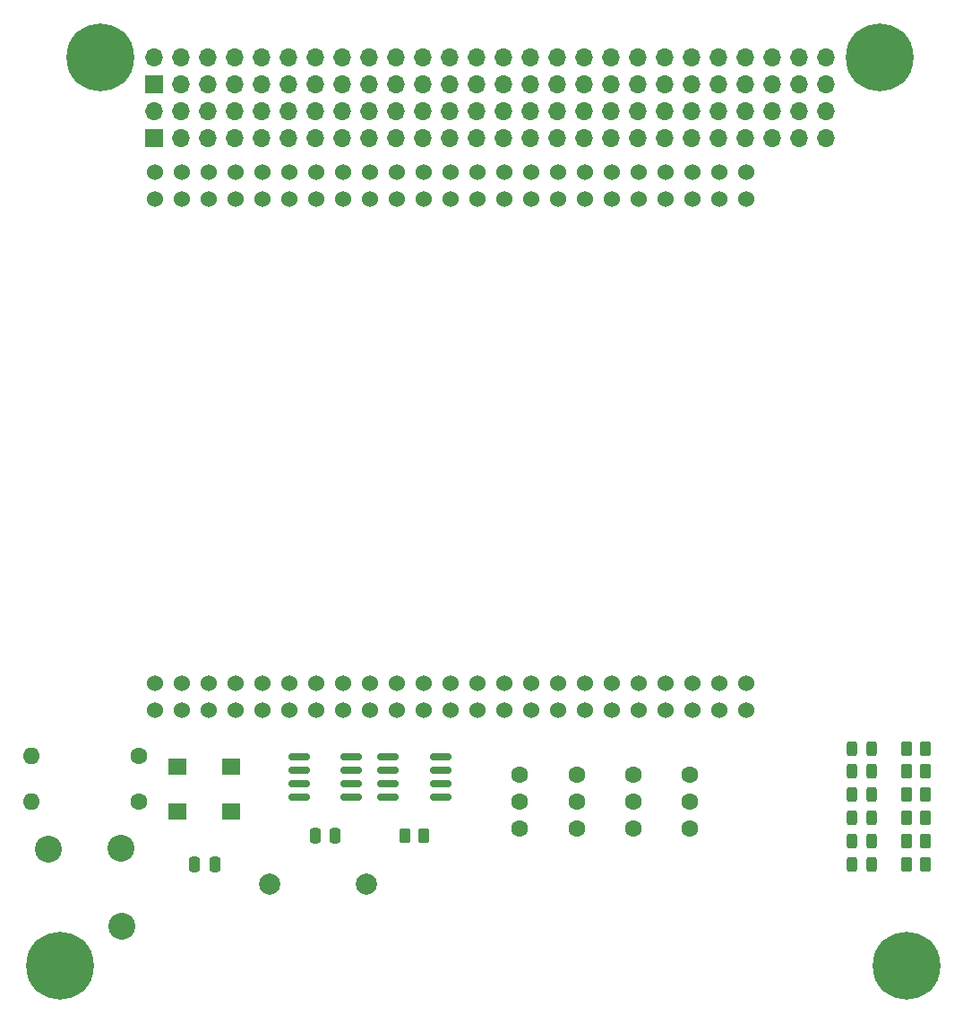
<source format=gbr>
%TF.GenerationSoftware,KiCad,Pcbnew,8.0.2-1*%
%TF.CreationDate,2024-09-16T16:57:07-05:00*%
%TF.ProjectId,BeagleBonePC104,42656167-6c65-4426-9f6e-655043313034,rev?*%
%TF.SameCoordinates,Original*%
%TF.FileFunction,Soldermask,Top*%
%TF.FilePolarity,Negative*%
%FSLAX46Y46*%
G04 Gerber Fmt 4.6, Leading zero omitted, Abs format (unit mm)*
G04 Created by KiCad (PCBNEW 8.0.2-1) date 2024-09-16 16:57:07*
%MOMM*%
%LPD*%
G01*
G04 APERTURE LIST*
G04 Aperture macros list*
%AMRoundRect*
0 Rectangle with rounded corners*
0 $1 Rounding radius*
0 $2 $3 $4 $5 $6 $7 $8 $9 X,Y pos of 4 corners*
0 Add a 4 corners polygon primitive as box body*
4,1,4,$2,$3,$4,$5,$6,$7,$8,$9,$2,$3,0*
0 Add four circle primitives for the rounded corners*
1,1,$1+$1,$2,$3*
1,1,$1+$1,$4,$5*
1,1,$1+$1,$6,$7*
1,1,$1+$1,$8,$9*
0 Add four rect primitives between the rounded corners*
20,1,$1+$1,$2,$3,$4,$5,0*
20,1,$1+$1,$4,$5,$6,$7,0*
20,1,$1+$1,$6,$7,$8,$9,0*
20,1,$1+$1,$8,$9,$2,$3,0*%
G04 Aperture macros list end*
%ADD10RoundRect,0.250000X-0.262500X-0.450000X0.262500X-0.450000X0.262500X0.450000X-0.262500X0.450000X0*%
%ADD11RoundRect,0.243750X0.243750X0.456250X-0.243750X0.456250X-0.243750X-0.456250X0.243750X-0.456250X0*%
%ADD12RoundRect,0.250000X-0.250000X-0.475000X0.250000X-0.475000X0.250000X0.475000X-0.250000X0.475000X0*%
%ADD13C,2.000000*%
%ADD14RoundRect,0.150000X-0.825000X-0.150000X0.825000X-0.150000X0.825000X0.150000X-0.825000X0.150000X0*%
%ADD15R,1.800000X1.600000*%
%ADD16C,1.600000*%
%ADD17O,1.600000X1.600000*%
%ADD18C,1.524000*%
%ADD19C,2.540000*%
%ADD20RoundRect,0.250000X0.262500X0.450000X-0.262500X0.450000X-0.262500X-0.450000X0.262500X-0.450000X0*%
%ADD21C,6.400000*%
%ADD22R,1.700000X1.700000*%
%ADD23O,1.700000X1.700000*%
%ADD24RoundRect,0.250000X0.250000X0.475000X-0.250000X0.475000X-0.250000X-0.475000X0.250000X-0.475000X0*%
G04 APERTURE END LIST*
D10*
%TO.C,R3*%
X165100000Y-144400000D03*
X166925000Y-144400000D03*
%TD*%
D11*
%TO.C,D3*%
X161875000Y-148700000D03*
X160000000Y-148700000D03*
%TD*%
D12*
%TO.C,C2*%
X97850000Y-155300000D03*
X99750000Y-155300000D03*
%TD*%
D11*
%TO.C,D1*%
X161875000Y-144400000D03*
X160000000Y-144400000D03*
%TD*%
D13*
%TO.C,TP1*%
X114100000Y-157200000D03*
%TD*%
D11*
%TO.C,D6*%
X161875000Y-155300000D03*
X160000000Y-155300000D03*
%TD*%
D10*
%TO.C,R8*%
X165100000Y-155300000D03*
X166925000Y-155300000D03*
%TD*%
%TO.C,R7*%
X165100000Y-153100000D03*
X166925000Y-153100000D03*
%TD*%
D11*
%TO.C,D2*%
X161875000Y-146536000D03*
X160000000Y-146536000D03*
%TD*%
D14*
%TO.C,U5*%
X107725000Y-145195000D03*
X107725000Y-146465000D03*
X107725000Y-147735000D03*
X107725000Y-149005000D03*
X112675000Y-149005000D03*
X112675000Y-147735000D03*
X112675000Y-146465000D03*
X112675000Y-145195000D03*
%TD*%
D15*
%TO.C,U3*%
X96250000Y-150325000D03*
X101330000Y-150325000D03*
X101330000Y-146125000D03*
X96250000Y-146125000D03*
%TD*%
D10*
%TO.C,R6*%
X165100000Y-150900000D03*
X166925000Y-150900000D03*
%TD*%
D16*
%TO.C,R1*%
X92580000Y-145100000D03*
D17*
X82420000Y-145100000D03*
%TD*%
D13*
%TO.C,GND*%
X104900000Y-157200000D03*
%TD*%
D10*
%TO.C,R4*%
X165100000Y-146536000D03*
X166925000Y-146536000D03*
%TD*%
D18*
%TO.C,U1*%
X149980000Y-140800000D03*
X149980000Y-138260000D03*
X147440000Y-140800000D03*
X147440000Y-138260000D03*
X144900000Y-140800000D03*
X144900000Y-138260000D03*
X142360000Y-140800000D03*
X142360000Y-138260000D03*
X139820000Y-140800000D03*
X139820000Y-138260000D03*
X137280000Y-140800000D03*
X137280000Y-138260000D03*
X134740000Y-140800000D03*
X134740000Y-138260000D03*
X132200000Y-140800000D03*
X132200000Y-138260000D03*
X129660000Y-140800000D03*
X129660000Y-138260000D03*
X127120000Y-140800000D03*
X127120000Y-138260000D03*
X124580000Y-140800000D03*
X124580000Y-138260000D03*
X122040000Y-140800000D03*
X122040000Y-138260000D03*
X119500000Y-140800000D03*
X119500000Y-138260000D03*
X116960000Y-140800000D03*
X116960000Y-138260000D03*
X114420000Y-140800000D03*
X114420000Y-138260000D03*
X111880000Y-140800000D03*
X111880000Y-138260000D03*
X109340000Y-140800000D03*
X109340000Y-138260000D03*
X106800000Y-140800000D03*
X106800000Y-138260000D03*
X104260000Y-140800000D03*
X104260000Y-138260000D03*
X101720000Y-140800000D03*
X101720000Y-138260000D03*
X99180000Y-140800000D03*
X99180000Y-138260000D03*
X96640000Y-140800000D03*
X96640000Y-138260000D03*
X94100000Y-140800000D03*
X94100000Y-138260000D03*
X149980000Y-92540000D03*
X149980000Y-90000000D03*
X147440000Y-92540000D03*
X147440000Y-90000000D03*
X144900000Y-92540000D03*
X144900000Y-90000000D03*
X142360000Y-92540000D03*
X142360000Y-90000000D03*
X139820000Y-92540000D03*
X139820000Y-90000000D03*
X137280000Y-92540000D03*
X137280000Y-90000000D03*
X134740000Y-92540000D03*
X134740000Y-90000000D03*
X132200000Y-92540000D03*
X132200000Y-90000000D03*
X129660000Y-92540000D03*
X129660000Y-90000000D03*
X127120000Y-92540000D03*
X127120000Y-90000000D03*
X124580000Y-92540000D03*
X124580000Y-90000000D03*
X122040000Y-92540000D03*
X122040000Y-90000000D03*
X119500000Y-92540000D03*
X119500000Y-90000000D03*
X116960000Y-92540000D03*
X116960000Y-90000000D03*
X114420000Y-92540000D03*
X114420000Y-90000000D03*
X111880000Y-92540000D03*
X111880000Y-90000000D03*
X109340000Y-92540000D03*
X109340000Y-90000000D03*
X106800000Y-92540000D03*
X106800000Y-90000000D03*
X104260000Y-92540000D03*
X104260000Y-90000000D03*
X101720000Y-92540000D03*
X101720000Y-90000000D03*
X99180000Y-92540000D03*
X99180000Y-90000000D03*
X96640000Y-92540000D03*
X96640000Y-90000000D03*
X94100000Y-92540000D03*
X94100000Y-90000000D03*
%TD*%
D11*
%TO.C,D4*%
X161875000Y-150900000D03*
X160000000Y-150900000D03*
%TD*%
D19*
%TO.C,TP3*%
X84000000Y-153920000D03*
%TD*%
D20*
%TO.C,R9*%
X119512500Y-152600000D03*
X117687500Y-152600000D03*
%TD*%
D19*
%TO.C,TP2*%
X91000000Y-161200000D03*
%TD*%
D16*
%TO.C,U7*%
X128600000Y-146865000D03*
X128600000Y-149405000D03*
X128600000Y-151945000D03*
%TD*%
%TO.C,R2*%
X92580000Y-149400000D03*
D17*
X82420000Y-149400000D03*
%TD*%
D10*
%TO.C,R5*%
X165100000Y-148700000D03*
X166925000Y-148700000D03*
%TD*%
D11*
%TO.C,D5*%
X161875000Y-153100000D03*
X160000000Y-153100000D03*
%TD*%
D21*
%TO.C,U2*%
X85090000Y-164900000D03*
X88900000Y-79170000D03*
X162560000Y-79170000D03*
X165100000Y-164900000D03*
D22*
X93980000Y-86790000D03*
D23*
X93980000Y-84250000D03*
X96520000Y-86790000D03*
X96520000Y-84250000D03*
X99060000Y-86790000D03*
X99060000Y-84250000D03*
X101600000Y-86790000D03*
X101600000Y-84250000D03*
X104140000Y-86790000D03*
X104140000Y-84250000D03*
X106680000Y-86790000D03*
X106680000Y-84250000D03*
X109220000Y-86790000D03*
X109220000Y-84250000D03*
X111760000Y-86790000D03*
X111760000Y-84250000D03*
X114300000Y-86790000D03*
X114300000Y-84250000D03*
X116840000Y-86790000D03*
X116840000Y-84250000D03*
X119380000Y-86790000D03*
X119380000Y-84250000D03*
X121920000Y-86790000D03*
X121920000Y-84250000D03*
X124460000Y-86790000D03*
X124460000Y-84250000D03*
X127000000Y-86790000D03*
X127000000Y-84250000D03*
X129540000Y-86790000D03*
X129540000Y-84250000D03*
X132080000Y-86790000D03*
X132080000Y-84250000D03*
X134620000Y-86790000D03*
X134620000Y-84250000D03*
X137160000Y-86790000D03*
X137160000Y-84250000D03*
X139700000Y-86790000D03*
X139700000Y-84250000D03*
X142240000Y-86790000D03*
X142240000Y-84250000D03*
X144780000Y-86790000D03*
X144780000Y-84250000D03*
X147320000Y-86790000D03*
X147320000Y-84250000D03*
X149860000Y-86790000D03*
X149860000Y-84250000D03*
X152400000Y-86790000D03*
X152400000Y-84250000D03*
X154940000Y-86790000D03*
X154940000Y-84250000D03*
X157480000Y-86790000D03*
X157480000Y-84250000D03*
D22*
X93980000Y-81710000D03*
D23*
X93980000Y-79170000D03*
X96520000Y-81710000D03*
X96520000Y-79170000D03*
X99060000Y-81710000D03*
X99060000Y-79170000D03*
X101600000Y-81710000D03*
X101600000Y-79170000D03*
X104140000Y-81710000D03*
X104140000Y-79170000D03*
X106680000Y-81710000D03*
X106680000Y-79170000D03*
X109220000Y-81710000D03*
X109220000Y-79170000D03*
X111760000Y-81710000D03*
X111760000Y-79170000D03*
X114300000Y-81710000D03*
X114300000Y-79170000D03*
X116840000Y-81710000D03*
X116840000Y-79170000D03*
X119380000Y-81710000D03*
X119380000Y-79170000D03*
X121920000Y-81710000D03*
X121920000Y-79170000D03*
X124460000Y-81710000D03*
X124460000Y-79170000D03*
X127000000Y-81710000D03*
X127000000Y-79170000D03*
X129540000Y-81710000D03*
X129540000Y-79170000D03*
X132080000Y-81710000D03*
X132080000Y-79170000D03*
X134620000Y-81710000D03*
X134620000Y-79170000D03*
X137160000Y-81710000D03*
X137160000Y-79170000D03*
X139700000Y-81710000D03*
X139700000Y-79170000D03*
X142240000Y-81710000D03*
X142240000Y-79170000D03*
X144780000Y-81710000D03*
X144780000Y-79170000D03*
X147320000Y-81710000D03*
X147320000Y-79170000D03*
X149860000Y-81710000D03*
X149860000Y-79170000D03*
X152400000Y-81710000D03*
X152400000Y-79170000D03*
X154940000Y-81710000D03*
X154940000Y-79170000D03*
X157480000Y-81710000D03*
X157480000Y-79170000D03*
%TD*%
D16*
%TO.C,U9*%
X139300000Y-146860000D03*
X139300000Y-149400000D03*
X139300000Y-151940000D03*
%TD*%
D19*
%TO.C,TP4*%
X90900000Y-153820000D03*
%TD*%
D14*
%TO.C,U4*%
X116125000Y-145195000D03*
X116125000Y-146465000D03*
X116125000Y-147735000D03*
X116125000Y-149005000D03*
X121075000Y-149005000D03*
X121075000Y-147735000D03*
X121075000Y-146465000D03*
X121075000Y-145195000D03*
%TD*%
D24*
%TO.C,C1*%
X111150000Y-152600000D03*
X109250000Y-152600000D03*
%TD*%
D16*
%TO.C,U8*%
X134000000Y-146860000D03*
X134000000Y-149400000D03*
X134000000Y-151940000D03*
%TD*%
%TO.C,U6*%
X144680000Y-146860000D03*
X144680000Y-149400000D03*
X144680000Y-151940000D03*
%TD*%
M02*

</source>
